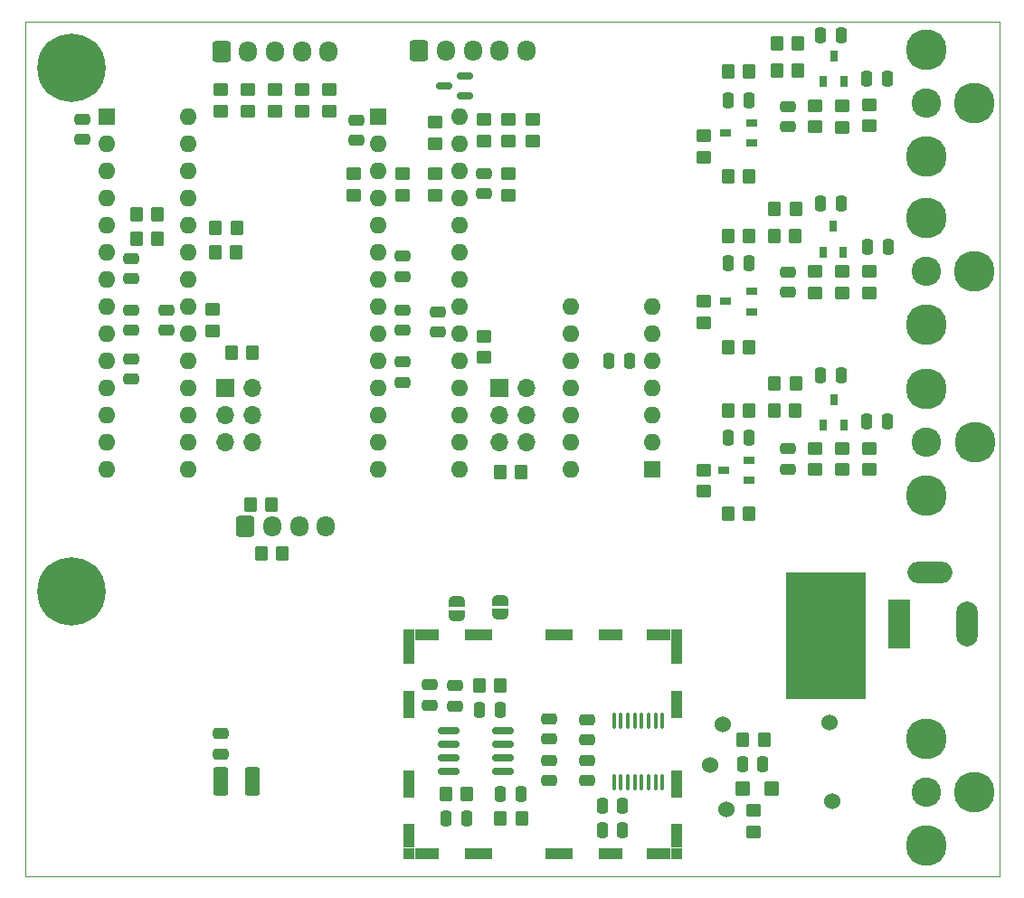
<source format=gbr>
%TF.GenerationSoftware,KiCad,Pcbnew,7.0.7*%
%TF.CreationDate,2023-09-18T17:08:08+02:00*%
%TF.ProjectId,mod_TS520,6d6f645f-5453-4353-9230-2e6b69636164,rev?*%
%TF.SameCoordinates,Original*%
%TF.FileFunction,Soldermask,Bot*%
%TF.FilePolarity,Negative*%
%FSLAX46Y46*%
G04 Gerber Fmt 4.6, Leading zero omitted, Abs format (unit mm)*
G04 Created by KiCad (PCBNEW 7.0.7) date 2023-09-18 17:08:08*
%MOMM*%
%LPD*%
G01*
G04 APERTURE LIST*
G04 Aperture macros list*
%AMRoundRect*
0 Rectangle with rounded corners*
0 $1 Rounding radius*
0 $2 $3 $4 $5 $6 $7 $8 $9 X,Y pos of 4 corners*
0 Add a 4 corners polygon primitive as box body*
4,1,4,$2,$3,$4,$5,$6,$7,$8,$9,$2,$3,0*
0 Add four circle primitives for the rounded corners*
1,1,$1+$1,$2,$3*
1,1,$1+$1,$4,$5*
1,1,$1+$1,$6,$7*
1,1,$1+$1,$8,$9*
0 Add four rect primitives between the rounded corners*
20,1,$1+$1,$2,$3,$4,$5,0*
20,1,$1+$1,$4,$5,$6,$7,0*
20,1,$1+$1,$6,$7,$8,$9,0*
20,1,$1+$1,$8,$9,$2,$3,0*%
%AMFreePoly0*
4,1,19,0.500000,-0.750000,0.000000,-0.750000,0.000000,-0.744911,-0.071157,-0.744911,-0.207708,-0.704816,-0.327430,-0.627875,-0.420627,-0.520320,-0.479746,-0.390866,-0.500000,-0.250000,-0.500000,0.250000,-0.479746,0.390866,-0.420627,0.520320,-0.327430,0.627875,-0.207708,0.704816,-0.071157,0.744911,0.000000,0.744911,0.000000,0.750000,0.500000,0.750000,0.500000,-0.750000,0.500000,-0.750000,
$1*%
%AMFreePoly1*
4,1,19,0.000000,0.744911,0.071157,0.744911,0.207708,0.704816,0.327430,0.627875,0.420627,0.520320,0.479746,0.390866,0.500000,0.250000,0.500000,-0.250000,0.479746,-0.390866,0.420627,-0.520320,0.327430,-0.627875,0.207708,-0.704816,0.071157,-0.744911,0.000000,-0.744911,0.000000,-0.750000,-0.500000,-0.750000,-0.500000,0.750000,0.000000,0.750000,0.000000,0.744911,0.000000,0.744911,
$1*%
G04 Aperture macros list end*
%ADD10RoundRect,0.250000X-0.600000X-0.725000X0.600000X-0.725000X0.600000X0.725000X-0.600000X0.725000X0*%
%ADD11O,1.700000X1.950000*%
%ADD12R,2.000000X4.600000*%
%ADD13O,2.000000X4.200000*%
%ADD14O,4.200000X2.000000*%
%ADD15C,3.820000*%
%ADD16C,2.754000*%
%ADD17R,1.600000X1.600000*%
%ADD18O,1.600000X1.600000*%
%ADD19R,1.700000X1.700000*%
%ADD20O,1.700000X1.700000*%
%ADD21C,3.600000*%
%ADD22C,6.400000*%
%ADD23C,1.524000*%
%ADD24R,7.493000X11.811000*%
%ADD25RoundRect,0.250000X-0.450000X0.350000X-0.450000X-0.350000X0.450000X-0.350000X0.450000X0.350000X0*%
%ADD26RoundRect,0.250000X0.250000X0.475000X-0.250000X0.475000X-0.250000X-0.475000X0.250000X-0.475000X0*%
%ADD27RoundRect,0.250000X0.350000X0.450000X-0.350000X0.450000X-0.350000X-0.450000X0.350000X-0.450000X0*%
%ADD28R,0.700000X1.000000*%
%ADD29RoundRect,0.250000X-0.250000X-0.475000X0.250000X-0.475000X0.250000X0.475000X-0.250000X0.475000X0*%
%ADD30RoundRect,0.250000X0.475000X-0.250000X0.475000X0.250000X-0.475000X0.250000X-0.475000X-0.250000X0*%
%ADD31RoundRect,0.250000X-0.350000X-0.450000X0.350000X-0.450000X0.350000X0.450000X-0.350000X0.450000X0*%
%ADD32RoundRect,0.250000X-0.475000X0.250000X-0.475000X-0.250000X0.475000X-0.250000X0.475000X0.250000X0*%
%ADD33R,1.000000X1.000000*%
%ADD34R,2.300000X1.000000*%
%ADD35R,2.600000X1.000000*%
%ADD36R,1.000000X2.300000*%
%ADD37R,1.000000X2.600000*%
%ADD38RoundRect,0.250000X0.450000X-0.350000X0.450000X0.350000X-0.450000X0.350000X-0.450000X-0.350000X0*%
%ADD39R,1.000000X0.700000*%
%ADD40FreePoly0,270.000000*%
%ADD41FreePoly1,270.000000*%
%ADD42RoundRect,0.150000X0.587500X0.150000X-0.587500X0.150000X-0.587500X-0.150000X0.587500X-0.150000X0*%
%ADD43RoundRect,0.100000X-0.100000X0.637500X-0.100000X-0.637500X0.100000X-0.637500X0.100000X0.637500X0*%
%ADD44RoundRect,0.250000X-0.450000X-0.425000X0.450000X-0.425000X0.450000X0.425000X-0.450000X0.425000X0*%
%ADD45RoundRect,0.250001X-0.462499X-1.074999X0.462499X-1.074999X0.462499X1.074999X-0.462499X1.074999X0*%
%ADD46RoundRect,0.162500X-0.825000X-0.162500X0.825000X-0.162500X0.825000X0.162500X-0.825000X0.162500X0*%
%TA.AperFunction,Profile*%
%ADD47C,0.100000*%
%TD*%
G04 APERTURE END LIST*
D10*
%TO.C,J5*%
X158108000Y-42164000D03*
D11*
X160608000Y-42164000D03*
X163108000Y-42164000D03*
X165608000Y-42164000D03*
X168108000Y-42164000D03*
%TD*%
D12*
%TO.C,J1*%
X221538000Y-95758000D03*
D13*
X227838000Y-95758000D03*
D14*
X224438000Y-90958000D03*
%TD*%
D10*
%TO.C,J6*%
X160354000Y-86614000D03*
D11*
X162854000Y-86614000D03*
X165354000Y-86614000D03*
X167854000Y-86614000D03*
%TD*%
D15*
%TO.C,J4*%
X224100000Y-83740000D03*
X224100000Y-73740000D03*
X228600000Y-78740000D03*
D16*
X224100000Y-78740000D03*
%TD*%
D17*
%TO.C,U2*%
X147330000Y-48270000D03*
D18*
X147330000Y-50810000D03*
X147330000Y-53350000D03*
X147330000Y-55890000D03*
X147330000Y-58430000D03*
X147330000Y-60970000D03*
X147330000Y-63510000D03*
X147330000Y-66050000D03*
X147330000Y-68590000D03*
X147330000Y-71130000D03*
X147330000Y-73670000D03*
X147330000Y-76210000D03*
X147330000Y-78750000D03*
X147330000Y-81290000D03*
X154950000Y-81290000D03*
X154950000Y-78750000D03*
X154950000Y-76210000D03*
X154950000Y-73670000D03*
X154950000Y-71130000D03*
X154950000Y-68590000D03*
X154950000Y-66050000D03*
X154950000Y-63510000D03*
X154950000Y-60970000D03*
X154950000Y-58430000D03*
X154950000Y-55890000D03*
X154950000Y-53350000D03*
X154950000Y-50810000D03*
X154950000Y-48270000D03*
%TD*%
D19*
%TO.C,J12*%
X158491000Y-73675000D03*
D20*
X158491000Y-76215000D03*
X158491000Y-78755000D03*
X161031000Y-78755000D03*
X161031000Y-76215000D03*
X161031000Y-73675000D03*
%TD*%
D19*
%TO.C,J7*%
X184145000Y-73675000D03*
D20*
X184145000Y-76215000D03*
X184145000Y-78755000D03*
X186685000Y-78755000D03*
X186685000Y-76215000D03*
X186685000Y-73675000D03*
%TD*%
D17*
%TO.C,U10*%
X198374000Y-81280000D03*
D18*
X198374000Y-78740000D03*
X198374000Y-76200000D03*
X198374000Y-73660000D03*
X198374000Y-71120000D03*
X198374000Y-68580000D03*
X198374000Y-66040000D03*
X190754000Y-66040000D03*
X190754000Y-68580000D03*
X190754000Y-71120000D03*
X190754000Y-73660000D03*
X190754000Y-76200000D03*
X190754000Y-78740000D03*
X190754000Y-81280000D03*
%TD*%
D10*
%TO.C,J11*%
X176610000Y-42118000D03*
D11*
X179110000Y-42118000D03*
X181610000Y-42118000D03*
X184110000Y-42118000D03*
X186610000Y-42118000D03*
%TD*%
D15*
%TO.C,J3*%
X224078800Y-67738000D03*
X224078800Y-57738000D03*
X228578800Y-62738000D03*
D16*
X224078800Y-62738000D03*
%TD*%
D15*
%TO.C,J2*%
X224028000Y-51990000D03*
X224028000Y-41990000D03*
X228528000Y-46990000D03*
D16*
X224028000Y-46990000D03*
%TD*%
D17*
%TO.C,U8*%
X172730000Y-48270000D03*
D18*
X172730000Y-50810000D03*
X172730000Y-53350000D03*
X172730000Y-55890000D03*
X172730000Y-58430000D03*
X172730000Y-60970000D03*
X172730000Y-63510000D03*
X172730000Y-66050000D03*
X172730000Y-68590000D03*
X172730000Y-71130000D03*
X172730000Y-73670000D03*
X172730000Y-76210000D03*
X172730000Y-78750000D03*
X172730000Y-81290000D03*
X180350000Y-81290000D03*
X180350000Y-78750000D03*
X180350000Y-76210000D03*
X180350000Y-73670000D03*
X180350000Y-71130000D03*
X180350000Y-68590000D03*
X180350000Y-66050000D03*
X180350000Y-63510000D03*
X180350000Y-60970000D03*
X180350000Y-58430000D03*
X180350000Y-55890000D03*
X180350000Y-53350000D03*
X180350000Y-50810000D03*
X180350000Y-48270000D03*
%TD*%
D21*
%TO.C,H10*%
X144018000Y-92710000D03*
D22*
X144018000Y-92710000D03*
%TD*%
D21*
%TO.C,H9*%
X144018000Y-43688000D03*
D22*
X144018000Y-43688000D03*
%TD*%
D23*
%TO.C,TR2*%
X215278500Y-112395000D03*
X215024500Y-105029000D03*
X203821500Y-108966000D03*
X205372500Y-113157000D03*
X204991500Y-105156000D03*
%TD*%
D15*
%TO.C,J9*%
X224028000Y-116506000D03*
X224028000Y-106506000D03*
X228528000Y-111506000D03*
D16*
X224028000Y-111506000D03*
%TD*%
D24*
%TO.C,U1*%
X214630000Y-96886000D03*
%TD*%
D25*
%TO.C,R67*%
X184912000Y-53610000D03*
X184912000Y-55610000D03*
%TD*%
D26*
%TO.C,C26*%
X216088000Y-40640000D03*
X214188000Y-40640000D03*
%TD*%
D27*
%TO.C,R10*%
X152130000Y-59690000D03*
X150130000Y-59690000D03*
%TD*%
D28*
%TO.C,Q5*%
X216276000Y-60960000D03*
X214376000Y-60960000D03*
X215326000Y-58560000D03*
%TD*%
D29*
%TO.C,C30*%
X194376000Y-71120000D03*
X196276000Y-71120000D03*
%TD*%
D30*
%TO.C,C53*%
X149606000Y-72832000D03*
X149606000Y-70932000D03*
%TD*%
D29*
%TO.C,C3*%
X218572000Y-60484000D03*
X220472000Y-60484000D03*
%TD*%
D27*
%TO.C,R28*%
X186166000Y-81534000D03*
X184166000Y-81534000D03*
%TD*%
D31*
%TO.C,R41*%
X210074000Y-43942000D03*
X212074000Y-43942000D03*
%TD*%
D25*
%TO.C,R23*%
X168148000Y-45736000D03*
X168148000Y-47736000D03*
%TD*%
D27*
%TO.C,R59*%
X207502000Y-85410000D03*
X205502000Y-85410000D03*
%TD*%
D26*
%TO.C,C20*%
X207452000Y-46736000D03*
X205552000Y-46736000D03*
%TD*%
D32*
%TO.C,C14*%
X188722000Y-104648000D03*
X188722000Y-106548000D03*
%TD*%
D30*
%TO.C,C23*%
X179974000Y-103446500D03*
X179974000Y-101546500D03*
%TD*%
D28*
%TO.C,Q3*%
X216342000Y-45015000D03*
X214442000Y-45015000D03*
X215392000Y-42615000D03*
%TD*%
D26*
%TO.C,C27*%
X208757000Y-108897500D03*
X206857000Y-108897500D03*
%TD*%
D30*
%TO.C,C6*%
X170688000Y-50480000D03*
X170688000Y-48580000D03*
%TD*%
D29*
%TO.C,C22*%
X179136000Y-113980000D03*
X181036000Y-113980000D03*
%TD*%
D26*
%TO.C,C51*%
X216088000Y-72456000D03*
X214188000Y-72456000D03*
%TD*%
D25*
%TO.C,R11*%
X207873000Y-113247500D03*
X207873000Y-115247500D03*
%TD*%
%TO.C,R46*%
X218694000Y-62786000D03*
X218694000Y-64786000D03*
%TD*%
%TO.C,R26*%
X160528000Y-45736000D03*
X160528000Y-47736000D03*
%TD*%
D26*
%TO.C,C29*%
X195627500Y-115062000D03*
X193727500Y-115062000D03*
%TD*%
D27*
%TO.C,R43*%
X207502000Y-44069000D03*
X205502000Y-44069000D03*
%TD*%
D31*
%TO.C,R71*%
X159020000Y-70358000D03*
X161020000Y-70358000D03*
%TD*%
D32*
%TO.C,C11*%
X192278000Y-104714000D03*
X192278000Y-106614000D03*
%TD*%
D33*
%TO.C,J10*%
X200660000Y-96774000D03*
D34*
X199009000Y-96774000D03*
X194528000Y-96774000D03*
D35*
X189678000Y-96774000D03*
X182178000Y-96774000D03*
D34*
X177328000Y-96774000D03*
D33*
X175678000Y-96774000D03*
D36*
X200660000Y-98424000D03*
X175678000Y-98424000D03*
D37*
X200660000Y-103274000D03*
X175678000Y-103274000D03*
X200660000Y-110774000D03*
X175678000Y-110774000D03*
D36*
X200660000Y-115624000D03*
X175678000Y-115624000D03*
D33*
X200660000Y-117274000D03*
D34*
X199009000Y-117274000D03*
X194528000Y-117274000D03*
D35*
X189678000Y-117274000D03*
X182178000Y-117274000D03*
D34*
X177328000Y-117274000D03*
D33*
X175678000Y-117274000D03*
%TD*%
D27*
%TO.C,R5*%
X184205000Y-101534000D03*
X182205000Y-101534000D03*
%TD*%
D38*
%TO.C,R65*%
X182626000Y-50530000D03*
X182626000Y-48530000D03*
%TD*%
D30*
%TO.C,C61*%
X145034000Y-50414000D03*
X145034000Y-48514000D03*
%TD*%
D27*
%TO.C,R51*%
X207502000Y-69882000D03*
X205502000Y-69882000D03*
%TD*%
%TO.C,R44*%
X207502000Y-53848000D03*
X205502000Y-53848000D03*
%TD*%
D32*
%TO.C,C49*%
X211074000Y-79380000D03*
X211074000Y-81280000D03*
%TD*%
D39*
%TO.C,Q2*%
X207702000Y-64632800D03*
X207702000Y-66532800D03*
X205302000Y-65582800D03*
%TD*%
D32*
%TO.C,C36*%
X175006000Y-61346000D03*
X175006000Y-63246000D03*
%TD*%
%TO.C,C37*%
X178308000Y-66548000D03*
X178308000Y-68448000D03*
%TD*%
D27*
%TO.C,R9*%
X159496000Y-60960000D03*
X157496000Y-60960000D03*
%TD*%
%TO.C,R12*%
X208873000Y-106611500D03*
X206873000Y-106611500D03*
%TD*%
%TO.C,R14*%
X163814000Y-89154000D03*
X161814000Y-89154000D03*
%TD*%
D40*
%TO.C,JP3*%
X180086000Y-93696000D03*
D41*
X180086000Y-94996000D03*
%TD*%
D26*
%TO.C,C47*%
X216088000Y-56388000D03*
X214188000Y-56388000D03*
%TD*%
D25*
%TO.C,R27*%
X157988000Y-45736000D03*
X157988000Y-47736000D03*
%TD*%
D26*
%TO.C,C46*%
X207452000Y-62008000D03*
X205552000Y-62008000D03*
%TD*%
%TO.C,C50*%
X207452000Y-78298000D03*
X205552000Y-78298000D03*
%TD*%
D27*
%TO.C,R58*%
X207502000Y-75758000D03*
X205502000Y-75758000D03*
%TD*%
D25*
%TO.C,R63*%
X175006000Y-53610000D03*
X175006000Y-55610000D03*
%TD*%
D29*
%TO.C,C2*%
X218506000Y-44704000D03*
X220406000Y-44704000D03*
%TD*%
D38*
%TO.C,R53*%
X216154000Y-81330000D03*
X216154000Y-79330000D03*
%TD*%
D40*
%TO.C,JP8*%
X184150000Y-93584000D03*
D41*
X184150000Y-94884000D03*
%TD*%
D25*
%TO.C,R25*%
X163068000Y-45736000D03*
X163068000Y-47736000D03*
%TD*%
D29*
%TO.C,C48*%
X218506000Y-76774000D03*
X220406000Y-76774000D03*
%TD*%
D30*
%TO.C,C65*%
X175006000Y-68260000D03*
X175006000Y-66360000D03*
%TD*%
D26*
%TO.C,C21*%
X184155000Y-103820000D03*
X182255000Y-103820000D03*
%TD*%
D39*
%TO.C,Q1*%
X207467200Y-80416400D03*
X207467200Y-82316400D03*
X205067200Y-81366400D03*
%TD*%
D28*
%TO.C,Q7*%
X216342000Y-77146000D03*
X214442000Y-77146000D03*
X215392000Y-74746000D03*
%TD*%
D38*
%TO.C,R2*%
X216154000Y-49260000D03*
X216154000Y-47260000D03*
%TD*%
D27*
%TO.C,R30*%
X162798000Y-84582000D03*
X160798000Y-84582000D03*
%TD*%
%TO.C,R8*%
X152130000Y-57404000D03*
X150130000Y-57404000D03*
%TD*%
D25*
%TO.C,R62*%
X178054000Y-48784000D03*
X178054000Y-50784000D03*
%TD*%
D27*
%TO.C,R40*%
X212074000Y-41402000D03*
X210074000Y-41402000D03*
%TD*%
D30*
%TO.C,C54*%
X149606000Y-68260000D03*
X149606000Y-66360000D03*
%TD*%
D26*
%TO.C,C38*%
X186116000Y-111694000D03*
X184216000Y-111694000D03*
%TD*%
D31*
%TO.C,R48*%
X209820000Y-59468000D03*
X211820000Y-59468000D03*
%TD*%
D32*
%TO.C,C52*%
X182626000Y-53594000D03*
X182626000Y-55494000D03*
%TD*%
%TO.C,C15*%
X211074000Y-62836000D03*
X211074000Y-64736000D03*
%TD*%
D38*
%TO.C,R64*%
X184912000Y-50530000D03*
X184912000Y-48530000D03*
%TD*%
D25*
%TO.C,R42*%
X213614000Y-47244000D03*
X213614000Y-49244000D03*
%TD*%
D26*
%TO.C,C16*%
X195627500Y-112776000D03*
X193727500Y-112776000D03*
%TD*%
D25*
%TO.C,R61*%
X187198000Y-48530000D03*
X187198000Y-50530000D03*
%TD*%
D30*
%TO.C,C13*%
X188722000Y-110424000D03*
X188722000Y-108524000D03*
%TD*%
D31*
%TO.C,R56*%
X209820000Y-75758000D03*
X211820000Y-75758000D03*
%TD*%
D32*
%TO.C,C57*%
X149606000Y-61534000D03*
X149606000Y-63434000D03*
%TD*%
D27*
%TO.C,R47*%
X211836000Y-56928000D03*
X209836000Y-56928000D03*
%TD*%
D25*
%TO.C,R49*%
X213614000Y-62770000D03*
X213614000Y-64770000D03*
%TD*%
D42*
%TO.C,D4*%
X180848000Y-44450000D03*
X180848000Y-46350000D03*
X178973000Y-45400000D03*
%TD*%
D43*
%TO.C,U3*%
X194829000Y-104833500D03*
X195479000Y-104833500D03*
X196129000Y-104833500D03*
X196779000Y-104833500D03*
X197429000Y-104833500D03*
X198079000Y-104833500D03*
X198729000Y-104833500D03*
X199379000Y-104833500D03*
X199379000Y-110558500D03*
X198729000Y-110558500D03*
X198079000Y-110558500D03*
X197429000Y-110558500D03*
X196779000Y-110558500D03*
X196129000Y-110558500D03*
X195479000Y-110558500D03*
X194829000Y-110558500D03*
%TD*%
D25*
%TO.C,R60*%
X203200000Y-81362000D03*
X203200000Y-83362000D03*
%TD*%
D31*
%TO.C,R6*%
X179086000Y-111694000D03*
X181086000Y-111694000D03*
%TD*%
D25*
%TO.C,R70*%
X157226000Y-66326000D03*
X157226000Y-68326000D03*
%TD*%
D30*
%TO.C,C24*%
X177617000Y-103380500D03*
X177617000Y-101480500D03*
%TD*%
D44*
%TO.C,C10*%
X206857000Y-111183500D03*
X209557000Y-111183500D03*
%TD*%
D27*
%TO.C,R7*%
X159512000Y-58674000D03*
X157512000Y-58674000D03*
%TD*%
D25*
%TO.C,R57*%
X213614000Y-79330000D03*
X213614000Y-81330000D03*
%TD*%
D30*
%TO.C,C12*%
X192278000Y-110424000D03*
X192278000Y-108524000D03*
%TD*%
D39*
%TO.C,Q4*%
X207702000Y-48834000D03*
X207702000Y-50734000D03*
X205302000Y-49784000D03*
%TD*%
D25*
%TO.C,R45*%
X203200000Y-50054000D03*
X203200000Y-52054000D03*
%TD*%
D38*
%TO.C,R66*%
X170434000Y-55610000D03*
X170434000Y-53610000D03*
%TD*%
D32*
%TO.C,C58*%
X152908000Y-66360000D03*
X152908000Y-68260000D03*
%TD*%
D45*
%TO.C,L19*%
X158024500Y-110490000D03*
X160999500Y-110490000D03*
%TD*%
D27*
%TO.C,R50*%
X207502000Y-59468000D03*
X205502000Y-59468000D03*
%TD*%
D25*
%TO.C,R68*%
X178054000Y-53626000D03*
X178054000Y-55626000D03*
%TD*%
D27*
%TO.C,R55*%
X211836000Y-73218000D03*
X209836000Y-73218000D03*
%TD*%
D25*
%TO.C,R52*%
X203200000Y-65564000D03*
X203200000Y-67564000D03*
%TD*%
D30*
%TO.C,C64*%
X175006000Y-73152000D03*
X175006000Y-71252000D03*
%TD*%
D31*
%TO.C,R4*%
X184182000Y-113980000D03*
X186182000Y-113980000D03*
%TD*%
D32*
%TO.C,C33*%
X157988000Y-106050000D03*
X157988000Y-107950000D03*
%TD*%
D25*
%TO.C,R54*%
X218694000Y-79330000D03*
X218694000Y-81330000D03*
%TD*%
%TO.C,R39*%
X218694000Y-47149000D03*
X218694000Y-49149000D03*
%TD*%
D38*
%TO.C,R20*%
X182626000Y-70834000D03*
X182626000Y-68834000D03*
%TD*%
D32*
%TO.C,C8*%
X211074000Y-47310000D03*
X211074000Y-49210000D03*
%TD*%
D38*
%TO.C,R3*%
X216154000Y-64770000D03*
X216154000Y-62770000D03*
%TD*%
D46*
%TO.C,U4*%
X179326500Y-109601000D03*
X179326500Y-108331000D03*
X179326500Y-107061000D03*
X179326500Y-105791000D03*
X184401500Y-105791000D03*
X184401500Y-107061000D03*
X184401500Y-108331000D03*
X184401500Y-109601000D03*
%TD*%
D25*
%TO.C,R24*%
X165608000Y-45736000D03*
X165608000Y-47736000D03*
%TD*%
D47*
X139700000Y-39370000D02*
X230886000Y-39370000D01*
X230886000Y-39370000D02*
X230886000Y-119380000D01*
X139700000Y-119380000D02*
X139700000Y-39370000D01*
X230886000Y-119380000D02*
X139700000Y-119380000D01*
M02*

</source>
